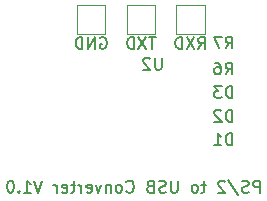
<source format=gbo>
%TF.GenerationSoftware,KiCad,Pcbnew,(6.0.5)*%
%TF.CreationDate,2025-03-09T20:53:28+01:00*%
%TF.ProjectId,PS2_to_USB_Converter,5053325f-746f-45f5-9553-425f436f6e76,rev?*%
%TF.SameCoordinates,Original*%
%TF.FileFunction,Legend,Bot*%
%TF.FilePolarity,Positive*%
%FSLAX46Y46*%
G04 Gerber Fmt 4.6, Leading zero omitted, Abs format (unit mm)*
G04 Created by KiCad (PCBNEW (6.0.5)) date 2025-03-09 20:53:28*
%MOMM*%
%LPD*%
G01*
G04 APERTURE LIST*
%ADD10C,0.150000*%
%ADD11C,0.120000*%
%ADD12R,2.000000X2.000000*%
%ADD13C,0.650000*%
%ADD14O,1.600000X1.000000*%
%ADD15O,2.100000X1.000000*%
%ADD16R,1.600000X1.600000*%
%ADD17C,1.600000*%
%ADD18O,2.000000X4.000000*%
%ADD19O,3.500000X2.000000*%
%ADD20R,1.000000X1.000000*%
%ADD21O,1.000000X1.000000*%
G04 APERTURE END LIST*
D10*
X156466666Y-108852380D02*
X156466666Y-107852380D01*
X156085714Y-107852380D01*
X155990476Y-107900000D01*
X155942857Y-107947619D01*
X155895238Y-108042857D01*
X155895238Y-108185714D01*
X155942857Y-108280952D01*
X155990476Y-108328571D01*
X156085714Y-108376190D01*
X156466666Y-108376190D01*
X155514285Y-108804761D02*
X155371428Y-108852380D01*
X155133333Y-108852380D01*
X155038095Y-108804761D01*
X154990476Y-108757142D01*
X154942857Y-108661904D01*
X154942857Y-108566666D01*
X154990476Y-108471428D01*
X155038095Y-108423809D01*
X155133333Y-108376190D01*
X155323809Y-108328571D01*
X155419047Y-108280952D01*
X155466666Y-108233333D01*
X155514285Y-108138095D01*
X155514285Y-108042857D01*
X155466666Y-107947619D01*
X155419047Y-107900000D01*
X155323809Y-107852380D01*
X155085714Y-107852380D01*
X154942857Y-107900000D01*
X153800000Y-107804761D02*
X154657142Y-109090476D01*
X153514285Y-107947619D02*
X153466666Y-107900000D01*
X153371428Y-107852380D01*
X153133333Y-107852380D01*
X153038095Y-107900000D01*
X152990476Y-107947619D01*
X152942857Y-108042857D01*
X152942857Y-108138095D01*
X152990476Y-108280952D01*
X153561904Y-108852380D01*
X152942857Y-108852380D01*
X151895238Y-108185714D02*
X151514285Y-108185714D01*
X151752380Y-107852380D02*
X151752380Y-108709523D01*
X151704761Y-108804761D01*
X151609523Y-108852380D01*
X151514285Y-108852380D01*
X151038095Y-108852380D02*
X151133333Y-108804761D01*
X151180952Y-108757142D01*
X151228571Y-108661904D01*
X151228571Y-108376190D01*
X151180952Y-108280952D01*
X151133333Y-108233333D01*
X151038095Y-108185714D01*
X150895238Y-108185714D01*
X150800000Y-108233333D01*
X150752380Y-108280952D01*
X150704761Y-108376190D01*
X150704761Y-108661904D01*
X150752380Y-108757142D01*
X150800000Y-108804761D01*
X150895238Y-108852380D01*
X151038095Y-108852380D01*
X149514285Y-107852380D02*
X149514285Y-108661904D01*
X149466666Y-108757142D01*
X149419047Y-108804761D01*
X149323809Y-108852380D01*
X149133333Y-108852380D01*
X149038095Y-108804761D01*
X148990476Y-108757142D01*
X148942857Y-108661904D01*
X148942857Y-107852380D01*
X148514285Y-108804761D02*
X148371428Y-108852380D01*
X148133333Y-108852380D01*
X148038095Y-108804761D01*
X147990476Y-108757142D01*
X147942857Y-108661904D01*
X147942857Y-108566666D01*
X147990476Y-108471428D01*
X148038095Y-108423809D01*
X148133333Y-108376190D01*
X148323809Y-108328571D01*
X148419047Y-108280952D01*
X148466666Y-108233333D01*
X148514285Y-108138095D01*
X148514285Y-108042857D01*
X148466666Y-107947619D01*
X148419047Y-107900000D01*
X148323809Y-107852380D01*
X148085714Y-107852380D01*
X147942857Y-107900000D01*
X147180952Y-108328571D02*
X147038095Y-108376190D01*
X146990476Y-108423809D01*
X146942857Y-108519047D01*
X146942857Y-108661904D01*
X146990476Y-108757142D01*
X147038095Y-108804761D01*
X147133333Y-108852380D01*
X147514285Y-108852380D01*
X147514285Y-107852380D01*
X147180952Y-107852380D01*
X147085714Y-107900000D01*
X147038095Y-107947619D01*
X146990476Y-108042857D01*
X146990476Y-108138095D01*
X147038095Y-108233333D01*
X147085714Y-108280952D01*
X147180952Y-108328571D01*
X147514285Y-108328571D01*
X145180952Y-108757142D02*
X145228571Y-108804761D01*
X145371428Y-108852380D01*
X145466666Y-108852380D01*
X145609523Y-108804761D01*
X145704761Y-108709523D01*
X145752380Y-108614285D01*
X145800000Y-108423809D01*
X145800000Y-108280952D01*
X145752380Y-108090476D01*
X145704761Y-107995238D01*
X145609523Y-107900000D01*
X145466666Y-107852380D01*
X145371428Y-107852380D01*
X145228571Y-107900000D01*
X145180952Y-107947619D01*
X144609523Y-108852380D02*
X144704761Y-108804761D01*
X144752380Y-108757142D01*
X144800000Y-108661904D01*
X144800000Y-108376190D01*
X144752380Y-108280952D01*
X144704761Y-108233333D01*
X144609523Y-108185714D01*
X144466666Y-108185714D01*
X144371428Y-108233333D01*
X144323809Y-108280952D01*
X144276190Y-108376190D01*
X144276190Y-108661904D01*
X144323809Y-108757142D01*
X144371428Y-108804761D01*
X144466666Y-108852380D01*
X144609523Y-108852380D01*
X143847619Y-108185714D02*
X143847619Y-108852380D01*
X143847619Y-108280952D02*
X143800000Y-108233333D01*
X143704761Y-108185714D01*
X143561904Y-108185714D01*
X143466666Y-108233333D01*
X143419047Y-108328571D01*
X143419047Y-108852380D01*
X143038095Y-108185714D02*
X142800000Y-108852380D01*
X142561904Y-108185714D01*
X141800000Y-108804761D02*
X141895238Y-108852380D01*
X142085714Y-108852380D01*
X142180952Y-108804761D01*
X142228571Y-108709523D01*
X142228571Y-108328571D01*
X142180952Y-108233333D01*
X142085714Y-108185714D01*
X141895238Y-108185714D01*
X141800000Y-108233333D01*
X141752380Y-108328571D01*
X141752380Y-108423809D01*
X142228571Y-108519047D01*
X141323809Y-108852380D02*
X141323809Y-108185714D01*
X141323809Y-108376190D02*
X141276190Y-108280952D01*
X141228571Y-108233333D01*
X141133333Y-108185714D01*
X141038095Y-108185714D01*
X140847619Y-108185714D02*
X140466666Y-108185714D01*
X140704761Y-107852380D02*
X140704761Y-108709523D01*
X140657142Y-108804761D01*
X140561904Y-108852380D01*
X140466666Y-108852380D01*
X139752380Y-108804761D02*
X139847619Y-108852380D01*
X140038095Y-108852380D01*
X140133333Y-108804761D01*
X140180952Y-108709523D01*
X140180952Y-108328571D01*
X140133333Y-108233333D01*
X140038095Y-108185714D01*
X139847619Y-108185714D01*
X139752380Y-108233333D01*
X139704761Y-108328571D01*
X139704761Y-108423809D01*
X140180952Y-108519047D01*
X139276190Y-108852380D02*
X139276190Y-108185714D01*
X139276190Y-108376190D02*
X139228571Y-108280952D01*
X139180952Y-108233333D01*
X139085714Y-108185714D01*
X138990476Y-108185714D01*
X138038095Y-107852380D02*
X137704761Y-108852380D01*
X137371428Y-107852380D01*
X136514285Y-108852380D02*
X137085714Y-108852380D01*
X136800000Y-108852380D02*
X136800000Y-107852380D01*
X136895238Y-107995238D01*
X136990476Y-108090476D01*
X137085714Y-108138095D01*
X136085714Y-108757142D02*
X136038095Y-108804761D01*
X136085714Y-108852380D01*
X136133333Y-108804761D01*
X136085714Y-108757142D01*
X136085714Y-108852380D01*
X135419047Y-107852380D02*
X135323809Y-107852380D01*
X135228571Y-107900000D01*
X135180952Y-107947619D01*
X135133333Y-108042857D01*
X135085714Y-108233333D01*
X135085714Y-108471428D01*
X135133333Y-108661904D01*
X135180952Y-108757142D01*
X135228571Y-108804761D01*
X135323809Y-108852380D01*
X135419047Y-108852380D01*
X135514285Y-108804761D01*
X135561904Y-108757142D01*
X135609523Y-108661904D01*
X135657142Y-108471428D01*
X135657142Y-108233333D01*
X135609523Y-108042857D01*
X135561904Y-107947619D01*
X135514285Y-107900000D01*
X135419047Y-107852380D01*
%TO.C,TP3*%
X142961904Y-95750000D02*
X143057142Y-95702380D01*
X143200000Y-95702380D01*
X143342857Y-95750000D01*
X143438095Y-95845238D01*
X143485714Y-95940476D01*
X143533333Y-96130952D01*
X143533333Y-96273809D01*
X143485714Y-96464285D01*
X143438095Y-96559523D01*
X143342857Y-96654761D01*
X143200000Y-96702380D01*
X143104761Y-96702380D01*
X142961904Y-96654761D01*
X142914285Y-96607142D01*
X142914285Y-96273809D01*
X143104761Y-96273809D01*
X142485714Y-96702380D02*
X142485714Y-95702380D01*
X141914285Y-96702380D01*
X141914285Y-95702380D01*
X141438095Y-96702380D02*
X141438095Y-95702380D01*
X141200000Y-95702380D01*
X141057142Y-95750000D01*
X140961904Y-95845238D01*
X140914285Y-95940476D01*
X140866666Y-96130952D01*
X140866666Y-96273809D01*
X140914285Y-96464285D01*
X140961904Y-96559523D01*
X141057142Y-96654761D01*
X141200000Y-96702380D01*
X141438095Y-96702380D01*
%TO.C,TP2*%
X151266666Y-96702380D02*
X151600000Y-96226190D01*
X151838095Y-96702380D02*
X151838095Y-95702380D01*
X151457142Y-95702380D01*
X151361904Y-95750000D01*
X151314285Y-95797619D01*
X151266666Y-95892857D01*
X151266666Y-96035714D01*
X151314285Y-96130952D01*
X151361904Y-96178571D01*
X151457142Y-96226190D01*
X151838095Y-96226190D01*
X150933333Y-95702380D02*
X150266666Y-96702380D01*
X150266666Y-95702380D02*
X150933333Y-96702380D01*
X149885714Y-96702380D02*
X149885714Y-95702380D01*
X149647619Y-95702380D01*
X149504761Y-95750000D01*
X149409523Y-95845238D01*
X149361904Y-95940476D01*
X149314285Y-96130952D01*
X149314285Y-96273809D01*
X149361904Y-96464285D01*
X149409523Y-96559523D01*
X149504761Y-96654761D01*
X149647619Y-96702380D01*
X149885714Y-96702380D01*
%TO.C,TP1*%
X147661904Y-95702380D02*
X147090476Y-95702380D01*
X147376190Y-96702380D02*
X147376190Y-95702380D01*
X146852380Y-95702380D02*
X146185714Y-96702380D01*
X146185714Y-95702380D02*
X146852380Y-96702380D01*
X145804761Y-96702380D02*
X145804761Y-95702380D01*
X145566666Y-95702380D01*
X145423809Y-95750000D01*
X145328571Y-95845238D01*
X145280952Y-95940476D01*
X145233333Y-96130952D01*
X145233333Y-96273809D01*
X145280952Y-96464285D01*
X145328571Y-96559523D01*
X145423809Y-96654761D01*
X145566666Y-96702380D01*
X145804761Y-96702380D01*
%TO.C,U2*%
X148161904Y-97452380D02*
X148161904Y-98261904D01*
X148114285Y-98357142D01*
X148066666Y-98404761D01*
X147971428Y-98452380D01*
X147780952Y-98452380D01*
X147685714Y-98404761D01*
X147638095Y-98357142D01*
X147590476Y-98261904D01*
X147590476Y-97452380D01*
X147161904Y-97547619D02*
X147114285Y-97500000D01*
X147019047Y-97452380D01*
X146780952Y-97452380D01*
X146685714Y-97500000D01*
X146638095Y-97547619D01*
X146590476Y-97642857D01*
X146590476Y-97738095D01*
X146638095Y-97880952D01*
X147209523Y-98452380D01*
X146590476Y-98452380D01*
%TO.C,D2*%
X154138095Y-102852380D02*
X154138095Y-101852380D01*
X153900000Y-101852380D01*
X153757142Y-101900000D01*
X153661904Y-101995238D01*
X153614285Y-102090476D01*
X153566666Y-102280952D01*
X153566666Y-102423809D01*
X153614285Y-102614285D01*
X153661904Y-102709523D01*
X153757142Y-102804761D01*
X153900000Y-102852380D01*
X154138095Y-102852380D01*
X153185714Y-101947619D02*
X153138095Y-101900000D01*
X153042857Y-101852380D01*
X152804761Y-101852380D01*
X152709523Y-101900000D01*
X152661904Y-101947619D01*
X152614285Y-102042857D01*
X152614285Y-102138095D01*
X152661904Y-102280952D01*
X153233333Y-102852380D01*
X152614285Y-102852380D01*
%TO.C,D1*%
X154138095Y-104852380D02*
X154138095Y-103852380D01*
X153900000Y-103852380D01*
X153757142Y-103900000D01*
X153661904Y-103995238D01*
X153614285Y-104090476D01*
X153566666Y-104280952D01*
X153566666Y-104423809D01*
X153614285Y-104614285D01*
X153661904Y-104709523D01*
X153757142Y-104804761D01*
X153900000Y-104852380D01*
X154138095Y-104852380D01*
X152614285Y-104852380D02*
X153185714Y-104852380D01*
X152900000Y-104852380D02*
X152900000Y-103852380D01*
X152995238Y-103995238D01*
X153090476Y-104090476D01*
X153185714Y-104138095D01*
%TO.C,R7*%
X153566666Y-96652380D02*
X153900000Y-96176190D01*
X154138095Y-96652380D02*
X154138095Y-95652380D01*
X153757142Y-95652380D01*
X153661904Y-95700000D01*
X153614285Y-95747619D01*
X153566666Y-95842857D01*
X153566666Y-95985714D01*
X153614285Y-96080952D01*
X153661904Y-96128571D01*
X153757142Y-96176190D01*
X154138095Y-96176190D01*
X153233333Y-95652380D02*
X152566666Y-95652380D01*
X152995238Y-96652380D01*
%TO.C,D3*%
X154138095Y-100852380D02*
X154138095Y-99852380D01*
X153900000Y-99852380D01*
X153757142Y-99900000D01*
X153661904Y-99995238D01*
X153614285Y-100090476D01*
X153566666Y-100280952D01*
X153566666Y-100423809D01*
X153614285Y-100614285D01*
X153661904Y-100709523D01*
X153757142Y-100804761D01*
X153900000Y-100852380D01*
X154138095Y-100852380D01*
X153233333Y-99852380D02*
X152614285Y-99852380D01*
X152947619Y-100233333D01*
X152804761Y-100233333D01*
X152709523Y-100280952D01*
X152661904Y-100328571D01*
X152614285Y-100423809D01*
X152614285Y-100661904D01*
X152661904Y-100757142D01*
X152709523Y-100804761D01*
X152804761Y-100852380D01*
X153090476Y-100852380D01*
X153185714Y-100804761D01*
X153233333Y-100757142D01*
%TO.C,R6*%
X153566666Y-98852380D02*
X153900000Y-98376190D01*
X154138095Y-98852380D02*
X154138095Y-97852380D01*
X153757142Y-97852380D01*
X153661904Y-97900000D01*
X153614285Y-97947619D01*
X153566666Y-98042857D01*
X153566666Y-98185714D01*
X153614285Y-98280952D01*
X153661904Y-98328571D01*
X153757142Y-98376190D01*
X154138095Y-98376190D01*
X152709523Y-97852380D02*
X152900000Y-97852380D01*
X152995238Y-97900000D01*
X153042857Y-97947619D01*
X153138095Y-98090476D01*
X153185714Y-98280952D01*
X153185714Y-98661904D01*
X153138095Y-98757142D01*
X153090476Y-98804761D01*
X152995238Y-98852380D01*
X152804761Y-98852380D01*
X152709523Y-98804761D01*
X152661904Y-98757142D01*
X152614285Y-98661904D01*
X152614285Y-98423809D01*
X152661904Y-98328571D01*
X152709523Y-98280952D01*
X152804761Y-98233333D01*
X152995238Y-98233333D01*
X153090476Y-98280952D01*
X153138095Y-98328571D01*
X153185714Y-98423809D01*
D11*
%TO.C,TP3*%
X141000000Y-95400000D02*
X143400000Y-95400000D01*
X143400000Y-95400000D02*
X143400000Y-93000000D01*
X143400000Y-93000000D02*
X141000000Y-93000000D01*
X141000000Y-93000000D02*
X141000000Y-95400000D01*
%TO.C,TP2*%
X149400000Y-95400000D02*
X151800000Y-95400000D01*
X151800000Y-95400000D02*
X151800000Y-93000000D01*
X151800000Y-93000000D02*
X149400000Y-93000000D01*
X149400000Y-93000000D02*
X149400000Y-95400000D01*
%TO.C,TP1*%
X145200000Y-95400000D02*
X147600000Y-95400000D01*
X147600000Y-95400000D02*
X147600000Y-93000000D01*
X147600000Y-93000000D02*
X145200000Y-93000000D01*
X145200000Y-93000000D02*
X145200000Y-95400000D01*
%TD*%
%LPC*%
D12*
%TO.C,TP3*%
X142200000Y-94200000D03*
%TD*%
%TO.C,TP2*%
X150600000Y-94200000D03*
%TD*%
%TO.C,TP1*%
X146400000Y-94200000D03*
%TD*%
D13*
%TO.C,J1*%
X130800000Y-104490000D03*
X130800000Y-98710000D03*
D14*
X127150000Y-105920000D03*
X127150000Y-97280000D03*
D15*
X131330000Y-105920000D03*
X131330000Y-97280000D03*
%TD*%
D16*
%TO.C,J3*%
X164825000Y-100290000D03*
D17*
X164825000Y-102890000D03*
X164825000Y-98190000D03*
X164825000Y-104990000D03*
X162025000Y-98190000D03*
X162025000Y-104990000D03*
D18*
X168475000Y-101590000D03*
D19*
X167675000Y-94740000D03*
X167675000Y-108440000D03*
%TD*%
D20*
%TO.C,J2*%
X140750000Y-99000000D03*
D21*
X142020000Y-99000000D03*
%TD*%
M02*

</source>
